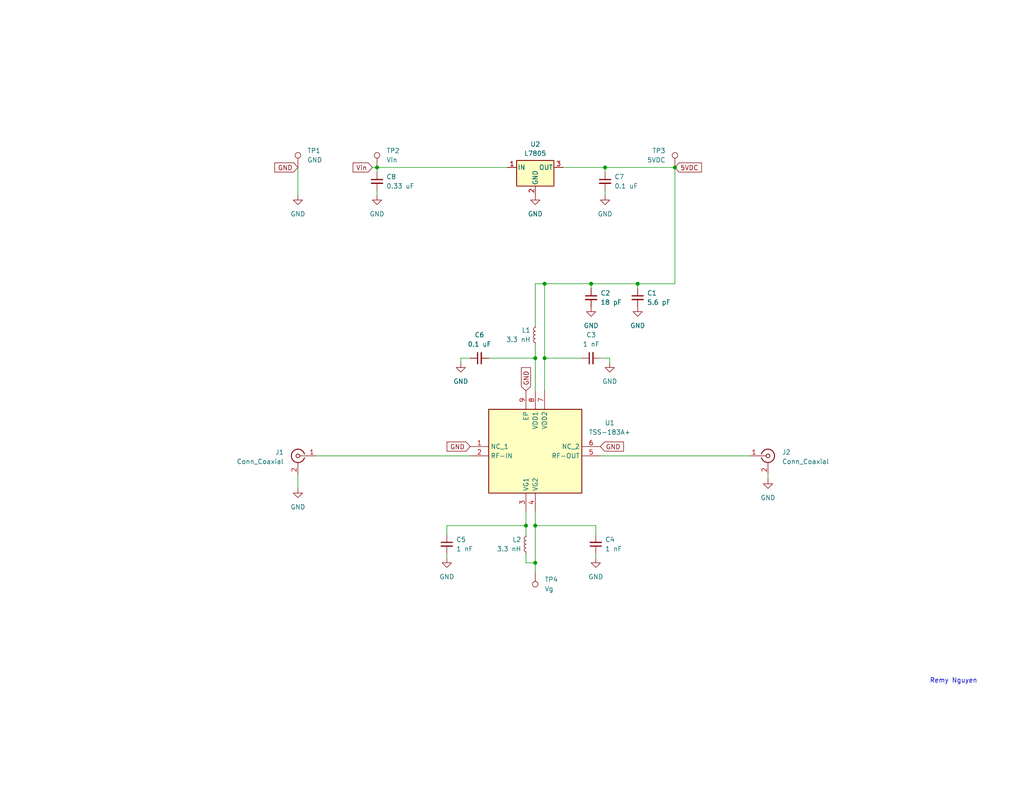
<source format=kicad_sch>
(kicad_sch (version 20230121) (generator eeschema)

  (uuid d268e3ca-8a18-4b0a-ac77-3cbf3521c83a)

  (paper "USLetter")

  (title_block
    (title "5000 - 18000 MHz SMT Gain Block Amplifier")
    (date "2024-05-30")
    (rev "A")
  )

  (lib_symbols
    (symbol "power:GND" (power) (pin_names (offset 0)) (in_bom yes) (on_board yes)
      (property "Reference" "#PWR" (at 0 -6.35 0)
        (effects (font (size 1.27 1.27)) hide)
      )
      (property "Value" "GND" (at 0 -3.81 0)
        (effects (font (size 1.27 1.27)))
      )
      (property "Footprint" "" (at 0 0 0)
        (effects (font (size 1.27 1.27)) hide)
      )
      (property "Datasheet" "" (at 0 0 0)
        (effects (font (size 1.27 1.27)) hide)
      )
      (property "ki_keywords" "global power" (at 0 0 0)
        (effects (font (size 1.27 1.27)) hide)
      )
      (property "ki_description" "Power symbol creates a global label with name \"GND\" , ground" (at 0 0 0)
        (effects (font (size 1.27 1.27)) hide)
      )
      (symbol "GND_0_1"
        (polyline
          (pts
            (xy 0 0)
            (xy 0 -1.27)
            (xy 1.27 -1.27)
            (xy 0 -2.54)
            (xy -1.27 -1.27)
            (xy 0 -1.27)
          )
          (stroke (width 0) (type default))
          (fill (type none))
        )
      )
      (symbol "GND_1_1"
        (pin power_in line (at 0 0 270) (length 0) hide
          (name "GND" (effects (font (size 1.27 1.27))))
          (number "1" (effects (font (size 1.27 1.27))))
        )
      )
    )
    (symbol "rf-dfs:C_Small" (pin_numbers hide) (pin_names (offset 0.254) hide) (in_bom yes) (on_board yes)
      (property "Reference" "C" (at 0.254 1.778 0)
        (effects (font (size 1.27 1.27)) (justify left))
      )
      (property "Value" "C_Small" (at 0.254 -2.032 0)
        (effects (font (size 1.27 1.27)) (justify left))
      )
      (property "Footprint" "" (at 0 0 0)
        (effects (font (size 1.27 1.27)) hide)
      )
      (property "Datasheet" "~" (at 0 0 0)
        (effects (font (size 1.27 1.27)) hide)
      )
      (property "ki_keywords" "capacitor cap" (at 0 0 0)
        (effects (font (size 1.27 1.27)) hide)
      )
      (property "ki_description" "Unpolarized capacitor, small symbol" (at 0 0 0)
        (effects (font (size 1.27 1.27)) hide)
      )
      (property "ki_fp_filters" "C_*" (at 0 0 0)
        (effects (font (size 1.27 1.27)) hide)
      )
      (symbol "C_Small_0_1"
        (polyline
          (pts
            (xy -1.524 -0.508)
            (xy 1.524 -0.508)
          )
          (stroke (width 0.3302) (type default))
          (fill (type none))
        )
        (polyline
          (pts
            (xy -1.524 0.508)
            (xy 1.524 0.508)
          )
          (stroke (width 0.3048) (type default))
          (fill (type none))
        )
      )
      (symbol "C_Small_1_1"
        (pin passive line (at 0 2.54 270) (length 2.032)
          (name "~" (effects (font (size 1.27 1.27))))
          (number "1" (effects (font (size 1.27 1.27))))
        )
        (pin passive line (at 0 -2.54 90) (length 2.032)
          (name "~" (effects (font (size 1.27 1.27))))
          (number "2" (effects (font (size 1.27 1.27))))
        )
      )
    )
    (symbol "rf-dfs:Conn_Coaxial" (pin_names (offset 1.016) hide) (in_bom yes) (on_board yes)
      (property "Reference" "J" (at 0.254 3.048 0)
        (effects (font (size 1.27 1.27)))
      )
      (property "Value" "Conn_Coaxial" (at 2.921 0 90)
        (effects (font (size 1.27 1.27)))
      )
      (property "Footprint" "" (at 0 0 0)
        (effects (font (size 1.27 1.27)) hide)
      )
      (property "Datasheet" " ~" (at 0 0 0)
        (effects (font (size 1.27 1.27)) hide)
      )
      (property "ki_keywords" "BNC SMA SMB SMC LEMO coaxial connector CINCH RCA" (at 0 0 0)
        (effects (font (size 1.27 1.27)) hide)
      )
      (property "ki_description" "coaxial connector (BNC, SMA, SMB, SMC, Cinch/RCA, LEMO, ...)" (at 0 0 0)
        (effects (font (size 1.27 1.27)) hide)
      )
      (property "ki_fp_filters" "*BNC* *SMA* *SMB* *SMC* *Cinch* *LEMO*" (at 0 0 0)
        (effects (font (size 1.27 1.27)) hide)
      )
      (symbol "Conn_Coaxial_0_1"
        (arc (start -1.778 -0.508) (mid 0.2311 -1.8066) (end 1.778 0)
          (stroke (width 0.254) (type default))
          (fill (type none))
        )
        (polyline
          (pts
            (xy -2.54 0)
            (xy -0.508 0)
          )
          (stroke (width 0) (type default))
          (fill (type none))
        )
        (polyline
          (pts
            (xy 0 -2.54)
            (xy 0 -1.778)
          )
          (stroke (width 0) (type default))
          (fill (type none))
        )
        (circle (center 0 0) (radius 0.508)
          (stroke (width 0.2032) (type default))
          (fill (type none))
        )
        (arc (start 1.778 0) (mid 0.2099 1.8101) (end -1.778 0.508)
          (stroke (width 0.254) (type default))
          (fill (type none))
        )
      )
      (symbol "Conn_Coaxial_1_1"
        (pin passive line (at -5.08 0 0) (length 2.54)
          (name "In" (effects (font (size 1.27 1.27))))
          (number "1" (effects (font (size 1.27 1.27))))
        )
        (pin passive line (at 0 -5.08 90) (length 2.54)
          (name "Ext" (effects (font (size 1.27 1.27))))
          (number "2" (effects (font (size 1.27 1.27))))
        )
      )
    )
    (symbol "rf-dfs:L7805" (pin_names (offset 0.254)) (in_bom yes) (on_board yes)
      (property "Reference" "U" (at -3.81 3.175 0)
        (effects (font (size 1.27 1.27)))
      )
      (property "Value" "L7805" (at 0 3.175 0)
        (effects (font (size 1.27 1.27)) (justify left))
      )
      (property "Footprint" "" (at 0.635 -3.81 0)
        (effects (font (size 1.27 1.27) italic) (justify left) hide)
      )
      (property "Datasheet" "http://www.st.com/content/ccc/resource/technical/document/datasheet/41/4f/b3/b0/12/d4/47/88/CD00000444.pdf/files/CD00000444.pdf/jcr:content/translations/en.CD00000444.pdf" (at 0 -1.27 0)
        (effects (font (size 1.27 1.27)) hide)
      )
      (property "ki_keywords" "Voltage Regulator 1.5A Positive" (at 0 0 0)
        (effects (font (size 1.27 1.27)) hide)
      )
      (property "ki_description" "Positive 1.5A 35V Linear Regulator, Fixed Output 5V, TO-220/TO-263/TO-252" (at 0 0 0)
        (effects (font (size 1.27 1.27)) hide)
      )
      (property "ki_fp_filters" "TO?252* TO?263* TO?220*" (at 0 0 0)
        (effects (font (size 1.27 1.27)) hide)
      )
      (symbol "L7805_0_1"
        (rectangle (start -5.08 1.905) (end 5.08 -5.08)
          (stroke (width 0.254) (type default))
          (fill (type background))
        )
      )
      (symbol "L7805_1_1"
        (pin power_in line (at -7.62 0 0) (length 2.54)
          (name "IN" (effects (font (size 1.27 1.27))))
          (number "1" (effects (font (size 1.27 1.27))))
        )
        (pin power_in line (at 0 -7.62 90) (length 2.54)
          (name "GND" (effects (font (size 1.27 1.27))))
          (number "2" (effects (font (size 1.27 1.27))))
        )
        (pin power_out line (at 7.62 0 180) (length 2.54)
          (name "OUT" (effects (font (size 1.27 1.27))))
          (number "3" (effects (font (size 1.27 1.27))))
        )
      )
    )
    (symbol "rf-dfs:L_Small" (pin_numbers hide) (pin_names (offset 0.254) hide) (in_bom yes) (on_board yes)
      (property "Reference" "L" (at 0.762 1.016 0)
        (effects (font (size 1.27 1.27)) (justify left))
      )
      (property "Value" "L_Small" (at 0.762 -1.016 0)
        (effects (font (size 1.27 1.27)) (justify left))
      )
      (property "Footprint" "" (at 0 0 0)
        (effects (font (size 1.27 1.27)) hide)
      )
      (property "Datasheet" "~" (at 0 0 0)
        (effects (font (size 1.27 1.27)) hide)
      )
      (property "ki_keywords" "inductor choke coil reactor magnetic" (at 0 0 0)
        (effects (font (size 1.27 1.27)) hide)
      )
      (property "ki_description" "Inductor, small symbol" (at 0 0 0)
        (effects (font (size 1.27 1.27)) hide)
      )
      (property "ki_fp_filters" "Choke_* *Coil* Inductor_* L_*" (at 0 0 0)
        (effects (font (size 1.27 1.27)) hide)
      )
      (symbol "L_Small_0_1"
        (arc (start 0 -2.032) (mid 0.5058 -1.524) (end 0 -1.016)
          (stroke (width 0) (type default))
          (fill (type none))
        )
        (arc (start 0 -1.016) (mid 0.5058 -0.508) (end 0 0)
          (stroke (width 0) (type default))
          (fill (type none))
        )
        (arc (start 0 0) (mid 0.5058 0.508) (end 0 1.016)
          (stroke (width 0) (type default))
          (fill (type none))
        )
        (arc (start 0 1.016) (mid 0.5058 1.524) (end 0 2.032)
          (stroke (width 0) (type default))
          (fill (type none))
        )
      )
      (symbol "L_Small_1_1"
        (pin passive line (at 0 2.54 270) (length 0.508)
          (name "~" (effects (font (size 1.27 1.27))))
          (number "1" (effects (font (size 1.27 1.27))))
        )
        (pin passive line (at 0 -2.54 90) (length 0.508)
          (name "~" (effects (font (size 1.27 1.27))))
          (number "2" (effects (font (size 1.27 1.27))))
        )
      )
    )
    (symbol "rf-dfs:TSS-183A+" (in_bom yes) (on_board yes)
      (property "Reference" "IC" (at 31.75 15.24 0)
        (effects (font (size 1.27 1.27)) (justify left top))
      )
      (property "Value" "TSS-183A+" (at 31.75 12.7 0)
        (effects (font (size 1.27 1.27)) (justify left top))
      )
      (property "Footprint" "QFN66P300X300X89-9N" (at 31.75 -87.3 0)
        (effects (font (size 1.27 1.27)) (justify left top) hide)
      )
      (property "Datasheet" "https://www.minicircuits.com/pdfs/TSS-183A+.pdf" (at 31.75 -187.3 0)
        (effects (font (size 1.27 1.27)) (justify left top) hide)
      )
      (property "Height" "0.894" (at 31.75 -387.3 0)
        (effects (font (size 1.27 1.27)) (justify left top) hide)
      )
      (property "Mouser Part Number" "139-TSS-183A" (at 31.75 -487.3 0)
        (effects (font (size 1.27 1.27)) (justify left top) hide)
      )
      (property "Mouser Price/Stock" "https://www.mouser.co.uk/ProductDetail/Mini-Circuits/TSS-183A%2b?qs=xZ%2FP%252Ba9zWqbirvQ4VFrDeA%3D%3D" (at 31.75 -587.3 0)
        (effects (font (size 1.27 1.27)) (justify left top) hide)
      )
      (property "Manufacturer_Name" "Mini-Circuits" (at 31.75 -687.3 0)
        (effects (font (size 1.27 1.27)) (justify left top) hide)
      )
      (property "Manufacturer_Part_Number" "TSS-183A+" (at 31.75 -787.3 0)
        (effects (font (size 1.27 1.27)) (justify left top) hide)
      )
      (property "ki_description" "Wideband, Microwave, Shutdown Monolithic Amplifier 50 5 to 18 GHz" (at 0 0 0)
        (effects (font (size 1.27 1.27)) hide)
      )
      (symbol "TSS-183A+_1_1"
        (rectangle (start 5.08 10.16) (end 30.48 -12.7)
          (stroke (width 0.254) (type default))
          (fill (type background))
        )
        (pin passive line (at 0 0 0) (length 5.08)
          (name "NC_1" (effects (font (size 1.27 1.27))))
          (number "1" (effects (font (size 1.27 1.27))))
        )
        (pin passive line (at 0 -2.54 0) (length 5.08)
          (name "RF-IN" (effects (font (size 1.27 1.27))))
          (number "2" (effects (font (size 1.27 1.27))))
        )
        (pin passive line (at 15.24 -17.78 90) (length 5.08)
          (name "VG1" (effects (font (size 1.27 1.27))))
          (number "3" (effects (font (size 1.27 1.27))))
        )
        (pin passive line (at 17.78 -17.78 90) (length 5.08)
          (name "VG2" (effects (font (size 1.27 1.27))))
          (number "4" (effects (font (size 1.27 1.27))))
        )
        (pin passive line (at 35.56 -2.54 180) (length 5.08)
          (name "RF-OUT" (effects (font (size 1.27 1.27))))
          (number "5" (effects (font (size 1.27 1.27))))
        )
        (pin passive line (at 35.56 0 180) (length 5.08)
          (name "NC_2" (effects (font (size 1.27 1.27))))
          (number "6" (effects (font (size 1.27 1.27))))
        )
        (pin passive line (at 20.32 15.24 270) (length 5.08)
          (name "VDD2" (effects (font (size 1.27 1.27))))
          (number "7" (effects (font (size 1.27 1.27))))
        )
        (pin passive line (at 17.78 15.24 270) (length 5.08)
          (name "VDD1" (effects (font (size 1.27 1.27))))
          (number "8" (effects (font (size 1.27 1.27))))
        )
        (pin passive line (at 15.24 15.24 270) (length 5.08)
          (name "EP" (effects (font (size 1.27 1.27))))
          (number "9" (effects (font (size 1.27 1.27))))
        )
      )
    )
    (symbol "rf-dfs:TestPoint" (pin_numbers hide) (pin_names (offset 0.762) hide) (in_bom yes) (on_board yes)
      (property "Reference" "TP" (at 0 6.858 0)
        (effects (font (size 1.27 1.27)))
      )
      (property "Value" "TestPoint" (at 0 5.08 0)
        (effects (font (size 1.27 1.27)))
      )
      (property "Footprint" "" (at 5.08 0 0)
        (effects (font (size 1.27 1.27)) hide)
      )
      (property "Datasheet" "~" (at 5.08 0 0)
        (effects (font (size 1.27 1.27)) hide)
      )
      (property "ki_keywords" "test point tp" (at 0 0 0)
        (effects (font (size 1.27 1.27)) hide)
      )
      (property "ki_description" "test point" (at 0 0 0)
        (effects (font (size 1.27 1.27)) hide)
      )
      (property "ki_fp_filters" "Pin* Test*" (at 0 0 0)
        (effects (font (size 1.27 1.27)) hide)
      )
      (symbol "TestPoint_0_1"
        (circle (center 0 3.302) (radius 0.762)
          (stroke (width 0) (type default))
          (fill (type none))
        )
      )
      (symbol "TestPoint_1_1"
        (pin passive line (at 0 0 90) (length 2.54)
          (name "1" (effects (font (size 1.27 1.27))))
          (number "1" (effects (font (size 1.27 1.27))))
        )
      )
    )
  )

  (junction (at 184.15 45.72) (diameter 0) (color 0 0 0 0)
    (uuid 150b8ac2-c88f-4451-ac62-c89f53cd3c18)
  )
  (junction (at 173.99 77.47) (diameter 0) (color 0 0 0 0)
    (uuid 1a1fd55f-5d43-4ab1-8aba-174c5954e469)
  )
  (junction (at 143.51 143.51) (diameter 0) (color 0 0 0 0)
    (uuid 29ba7354-ddf1-40c1-a7c3-a819345ae4e5)
  )
  (junction (at 161.29 77.47) (diameter 0) (color 0 0 0 0)
    (uuid 2e86b74c-f52b-4f5b-ae91-030be8e07d50)
  )
  (junction (at 146.05 153.67) (diameter 0) (color 0 0 0 0)
    (uuid 34ce0b86-0dd8-4791-97d7-308b291f253e)
  )
  (junction (at 165.1 45.72) (diameter 0) (color 0 0 0 0)
    (uuid 684413be-bc41-421a-812e-a540d3f3a535)
  )
  (junction (at 146.05 143.51) (diameter 0) (color 0 0 0 0)
    (uuid 926711fb-6393-40cc-89c7-e65a89af57db)
  )
  (junction (at 148.59 97.79) (diameter 0) (color 0 0 0 0)
    (uuid b1c51334-eba4-47c0-9245-8a10cf34718f)
  )
  (junction (at 102.87 45.72) (diameter 0) (color 0 0 0 0)
    (uuid b28ccbc5-6c58-4b3b-821f-fe464b7b42bb)
  )
  (junction (at 148.59 77.47) (diameter 0) (color 0 0 0 0)
    (uuid ddbdb89b-b03a-4e2d-9f40-240a61ab2cf4)
  )
  (junction (at 146.05 97.79) (diameter 0) (color 0 0 0 0)
    (uuid e1c5e2bd-ed9b-46b6-a325-11037d80f42b)
  )

  (wire (pts (xy 102.87 52.07) (xy 102.87 53.34))
    (stroke (width 0) (type default))
    (uuid 006e9ce7-ff74-4044-bafd-9c34330ceb05)
  )
  (wire (pts (xy 166.37 97.79) (xy 166.37 99.06))
    (stroke (width 0) (type default))
    (uuid 06239f0a-1501-4614-b59e-78655ec299e6)
  )
  (wire (pts (xy 143.51 153.67) (xy 146.05 153.67))
    (stroke (width 0) (type default))
    (uuid 0f1a610a-82cb-421c-bf20-b48c10eda2a3)
  )
  (wire (pts (xy 173.99 77.47) (xy 173.99 78.74))
    (stroke (width 0) (type default))
    (uuid 11a2658f-03fd-4f40-b323-3d20d86c2fd7)
  )
  (wire (pts (xy 102.87 45.72) (xy 102.87 46.99))
    (stroke (width 0) (type default))
    (uuid 147e80a8-ead3-4594-8aaf-cf1f6386f833)
  )
  (wire (pts (xy 146.05 139.7) (xy 146.05 143.51))
    (stroke (width 0) (type default))
    (uuid 24fa1f1c-b979-4d9a-bc4d-3a2b5f9a5796)
  )
  (wire (pts (xy 121.92 151.13) (xy 121.92 152.4))
    (stroke (width 0) (type default))
    (uuid 27c95826-0ec6-47ab-ba18-12c66b6a4068)
  )
  (wire (pts (xy 143.51 151.13) (xy 143.51 153.67))
    (stroke (width 0) (type default))
    (uuid 27cb4855-dcb2-49f7-a55e-cc7ee6ed2609)
  )
  (wire (pts (xy 128.27 97.79) (xy 125.73 97.79))
    (stroke (width 0) (type default))
    (uuid 29d8d3c0-f4a0-4c93-b273-f101425f6b44)
  )
  (wire (pts (xy 146.05 153.67) (xy 146.05 156.21))
    (stroke (width 0) (type default))
    (uuid 318698b9-5fa7-497a-8612-ac6cb0ddb50f)
  )
  (wire (pts (xy 146.05 93.98) (xy 146.05 97.79))
    (stroke (width 0) (type default))
    (uuid 3479b72a-5385-4620-ba2b-f95eefec3728)
  )
  (wire (pts (xy 121.92 143.51) (xy 143.51 143.51))
    (stroke (width 0) (type default))
    (uuid 35ebc7b7-7258-4e0c-b197-210c4ca1864d)
  )
  (wire (pts (xy 148.59 77.47) (xy 161.29 77.47))
    (stroke (width 0) (type default))
    (uuid 369f1473-bb34-4663-930a-42be80f75cf7)
  )
  (wire (pts (xy 162.56 146.05) (xy 162.56 143.51))
    (stroke (width 0) (type default))
    (uuid 3a4d4b82-b271-4171-838b-ee1c336d53b3)
  )
  (wire (pts (xy 86.36 124.46) (xy 128.27 124.46))
    (stroke (width 0) (type default))
    (uuid 4ed3132e-f9a8-4912-8f3e-3d967df702c4)
  )
  (wire (pts (xy 125.73 97.79) (xy 125.73 99.06))
    (stroke (width 0) (type default))
    (uuid 60ac73a8-9e83-45d8-9cd1-b686b3247ae0)
  )
  (wire (pts (xy 146.05 106.68) (xy 146.05 97.79))
    (stroke (width 0) (type default))
    (uuid 716299dc-04c3-4ce6-9ec6-b2a36920e4bf)
  )
  (wire (pts (xy 161.29 77.47) (xy 161.29 78.74))
    (stroke (width 0) (type default))
    (uuid 71c2ca50-328c-479f-932d-8174c51270b2)
  )
  (wire (pts (xy 101.6 45.72) (xy 102.87 45.72))
    (stroke (width 0) (type default))
    (uuid 73ef8f6f-f8b7-40f4-8ca2-a237fede0cd9)
  )
  (wire (pts (xy 148.59 77.47) (xy 148.59 97.79))
    (stroke (width 0) (type default))
    (uuid 74ce5092-dfd9-422d-9228-3aa974600745)
  )
  (wire (pts (xy 163.83 124.46) (xy 204.47 124.46))
    (stroke (width 0) (type default))
    (uuid 7c022b55-9b90-4793-a558-f79952d9bd52)
  )
  (wire (pts (xy 153.67 45.72) (xy 165.1 45.72))
    (stroke (width 0) (type default))
    (uuid 84f7ba89-89e0-4ee4-9079-3ac38f653ae2)
  )
  (wire (pts (xy 162.56 151.13) (xy 162.56 152.4))
    (stroke (width 0) (type default))
    (uuid 88c0a0e5-e538-4b23-a21a-ece2c8d944c7)
  )
  (wire (pts (xy 148.59 106.68) (xy 148.59 97.79))
    (stroke (width 0) (type default))
    (uuid 8b030ac9-a1ea-4e9d-b921-336b1d71e930)
  )
  (wire (pts (xy 143.51 139.7) (xy 143.51 143.51))
    (stroke (width 0) (type default))
    (uuid 97a3152d-9d8e-4ae4-b99f-068c5837377a)
  )
  (wire (pts (xy 163.83 97.79) (xy 166.37 97.79))
    (stroke (width 0) (type default))
    (uuid 982b2c0d-a4f9-4262-b18a-51d055551d52)
  )
  (wire (pts (xy 148.59 97.79) (xy 158.75 97.79))
    (stroke (width 0) (type default))
    (uuid 9fd70453-6f40-4730-bfbe-cfb032fa35ae)
  )
  (wire (pts (xy 133.35 97.79) (xy 146.05 97.79))
    (stroke (width 0) (type default))
    (uuid 9fdc33bf-96e2-443c-ae44-78db2133a4f4)
  )
  (wire (pts (xy 143.51 143.51) (xy 143.51 146.05))
    (stroke (width 0) (type default))
    (uuid a05114f4-0bea-4935-82f1-268f56e8a606)
  )
  (wire (pts (xy 146.05 143.51) (xy 162.56 143.51))
    (stroke (width 0) (type default))
    (uuid a81ff29a-6cef-4ee4-ae4e-bb21eab9c40a)
  )
  (wire (pts (xy 121.92 146.05) (xy 121.92 143.51))
    (stroke (width 0) (type default))
    (uuid ad0f8302-72aa-4c51-be9f-9ceea4febcae)
  )
  (wire (pts (xy 173.99 77.47) (xy 184.15 77.47))
    (stroke (width 0) (type default))
    (uuid aeabb80a-00a6-4936-b065-e2343b332365)
  )
  (wire (pts (xy 81.28 129.54) (xy 81.28 133.35))
    (stroke (width 0) (type default))
    (uuid caf3954a-99b8-439f-ad98-d57021b5e850)
  )
  (wire (pts (xy 165.1 52.07) (xy 165.1 53.34))
    (stroke (width 0) (type default))
    (uuid daef0386-104c-4d14-a858-6ea07af71be2)
  )
  (wire (pts (xy 146.05 143.51) (xy 146.05 153.67))
    (stroke (width 0) (type default))
    (uuid ded40a14-7e9c-4efb-972f-5da59faf5274)
  )
  (wire (pts (xy 161.29 77.47) (xy 173.99 77.47))
    (stroke (width 0) (type default))
    (uuid e2e3c724-c7bd-443c-b1ae-5374599bc77e)
  )
  (wire (pts (xy 146.05 88.9) (xy 146.05 77.47))
    (stroke (width 0) (type default))
    (uuid e56d32c9-8772-4988-b091-53c465f5482a)
  )
  (wire (pts (xy 146.05 77.47) (xy 148.59 77.47))
    (stroke (width 0) (type default))
    (uuid ea972b48-ff93-480a-a461-a9989f55b91e)
  )
  (wire (pts (xy 209.55 130.81) (xy 209.55 129.54))
    (stroke (width 0) (type default))
    (uuid ee4a7901-25bb-4916-aab1-3862ab5f4a39)
  )
  (wire (pts (xy 165.1 45.72) (xy 165.1 46.99))
    (stroke (width 0) (type default))
    (uuid f1570afe-d7e7-4d18-ae8b-6b856b4d22b9)
  )
  (wire (pts (xy 165.1 45.72) (xy 184.15 45.72))
    (stroke (width 0) (type default))
    (uuid f92334c8-4f2c-4ab9-8724-c77622fcea76)
  )
  (wire (pts (xy 184.15 45.72) (xy 184.15 77.47))
    (stroke (width 0) (type default))
    (uuid f9e53c8d-e30d-41d7-87aa-e2b436e0d53c)
  )
  (wire (pts (xy 81.28 45.72) (xy 81.28 53.34))
    (stroke (width 0) (type default))
    (uuid fb3ccfc3-31c3-4c9a-8c69-ed7be8a0e311)
  )
  (wire (pts (xy 102.87 45.72) (xy 138.43 45.72))
    (stroke (width 0) (type default))
    (uuid fbe09cd6-d6eb-4c3c-932b-53aac9c2d5e3)
  )

  (text "Remy Nguyen" (at 266.7 186.69 0)
    (effects (font (size 1.27 1.27)) (justify right bottom))
    (uuid f33879d0-1aad-46b8-8a1f-43e48ae0ccd5)
  )

  (global_label "GND" (shape input) (at 163.83 121.92 0) (fields_autoplaced)
    (effects (font (size 1.27 1.27)) (justify left))
    (uuid 4807ee41-c35f-4ed9-b53a-c0f72b31d4e3)
    (property "Intersheetrefs" "${INTERSHEET_REFS}" (at 169.9521 121.92 0)
      (effects (font (size 1.27 1.27)) (justify left) hide)
    )
  )
  (global_label "GND" (shape input) (at 128.27 121.92 180) (fields_autoplaced)
    (effects (font (size 1.27 1.27)) (justify right))
    (uuid 6e0563ef-632b-439e-9f8b-73979d854afd)
    (property "Intersheetrefs" "${INTERSHEET_REFS}" (at 122.1479 121.92 0)
      (effects (font (size 1.27 1.27)) (justify right) hide)
    )
  )
  (global_label "Vin" (shape input) (at 101.6 45.72 180) (fields_autoplaced)
    (effects (font (size 1.27 1.27)) (justify right))
    (uuid 9858636d-930b-45f3-9759-ad25d94f8ebd)
    (property "Intersheetrefs" "${INTERSHEET_REFS}" (at 96.506 45.72 0)
      (effects (font (size 1.27 1.27)) (justify right) hide)
    )
  )
  (global_label "GND" (shape input) (at 81.28 45.72 180) (fields_autoplaced)
    (effects (font (size 1.27 1.27)) (justify right))
    (uuid 9ef32391-1560-4a7b-a3c9-ae8513d7d2f5)
    (property "Intersheetrefs" "${INTERSHEET_REFS}" (at 75.1579 45.72 0)
      (effects (font (size 1.27 1.27)) (justify right) hide)
    )
  )
  (global_label "GND" (shape input) (at 143.51 106.68 90) (fields_autoplaced)
    (effects (font (size 1.27 1.27)) (justify left))
    (uuid a972d8fb-7d6a-4323-8992-4986b73f6c04)
    (property "Intersheetrefs" "${INTERSHEET_REFS}" (at 143.51 100.5579 90)
      (effects (font (size 1.27 1.27)) (justify left) hide)
    )
  )
  (global_label "5VDC" (shape input) (at 184.15 45.72 0) (fields_autoplaced)
    (effects (font (size 1.27 1.27)) (justify left))
    (uuid a9984244-85a3-4262-8638-ea520e0fa8af)
    (property "Intersheetrefs" "${INTERSHEET_REFS}" (at 191.2397 45.72 0)
      (effects (font (size 1.27 1.27)) (justify left) hide)
    )
  )

  (symbol (lib_id "rf-dfs:TestPoint") (at 81.28 45.72 0) (unit 1)
    (in_bom yes) (on_board yes) (dnp no) (fields_autoplaced)
    (uuid 02702809-9cf8-4a85-b212-d81680ddcb53)
    (property "Reference" "TP1" (at 83.82 41.148 0)
      (effects (font (size 1.27 1.27)) (justify left))
    )
    (property "Value" "GND" (at 83.82 43.688 0)
      (effects (font (size 1.27 1.27)) (justify left))
    )
    (property "Footprint" "TestPoint:TestPoint_Loop_D2.54mm_Drill1.5mm_Beaded" (at 86.36 45.72 0)
      (effects (font (size 1.27 1.27)) hide)
    )
    (property "Datasheet" "~" (at 86.36 45.72 0)
      (effects (font (size 1.27 1.27)) hide)
    )
    (pin "1" (uuid ff35c19e-e6e4-49ad-a113-644a64181c85))
    (instances
      (project "TSS-183A+"
        (path "/d268e3ca-8a18-4b0a-ac77-3cbf3521c83a"
          (reference "TP1") (unit 1)
        )
      )
    )
  )

  (symbol (lib_id "power:GND") (at 121.92 152.4 0) (unit 1)
    (in_bom yes) (on_board yes) (dnp no) (fields_autoplaced)
    (uuid 03471c66-8b2a-44cd-8341-8e7241e98166)
    (property "Reference" "#PWR03" (at 121.92 158.75 0)
      (effects (font (size 1.27 1.27)) hide)
    )
    (property "Value" "GND" (at 121.92 157.48 0)
      (effects (font (size 1.27 1.27)))
    )
    (property "Footprint" "" (at 121.92 152.4 0)
      (effects (font (size 1.27 1.27)) hide)
    )
    (property "Datasheet" "" (at 121.92 152.4 0)
      (effects (font (size 1.27 1.27)) hide)
    )
    (pin "1" (uuid 732f47e6-cdc2-43fc-9f18-f1b476b9ef03))
    (instances
      (project "TSS-183A+"
        (path "/d268e3ca-8a18-4b0a-ac77-3cbf3521c83a"
          (reference "#PWR03") (unit 1)
        )
      )
    )
  )

  (symbol (lib_id "rf-dfs:C_Small") (at 161.29 81.28 0) (unit 1)
    (in_bom yes) (on_board yes) (dnp no) (fields_autoplaced)
    (uuid 07b7e7f1-f227-4481-9832-a9e3e5cd5b1b)
    (property "Reference" "C2" (at 163.83 80.0163 0)
      (effects (font (size 1.27 1.27)) (justify left))
    )
    (property "Value" "18 pF" (at 163.83 82.5563 0)
      (effects (font (size 1.27 1.27)) (justify left))
    )
    (property "Footprint" "Capacitor_SMD:C_0402_1005Metric" (at 161.29 81.28 0)
      (effects (font (size 1.27 1.27)) hide)
    )
    (property "Datasheet" "~" (at 161.29 81.28 0)
      (effects (font (size 1.27 1.27)) hide)
    )
    (pin "1" (uuid 2a126128-c4c9-4598-bd6b-07c170f14efb))
    (pin "2" (uuid 4474b1d2-6388-47e3-9402-4152fd3f9581))
    (instances
      (project "TSS-183A+"
        (path "/d268e3ca-8a18-4b0a-ac77-3cbf3521c83a"
          (reference "C2") (unit 1)
        )
      )
    )
  )

  (symbol (lib_id "power:GND") (at 162.56 152.4 0) (unit 1)
    (in_bom yes) (on_board yes) (dnp no) (fields_autoplaced)
    (uuid 10637b99-5fdc-4d2a-8f4e-a6e5e2d6d4e9)
    (property "Reference" "#PWR04" (at 162.56 158.75 0)
      (effects (font (size 1.27 1.27)) hide)
    )
    (property "Value" "GND" (at 162.56 157.48 0)
      (effects (font (size 1.27 1.27)))
    )
    (property "Footprint" "" (at 162.56 152.4 0)
      (effects (font (size 1.27 1.27)) hide)
    )
    (property "Datasheet" "" (at 162.56 152.4 0)
      (effects (font (size 1.27 1.27)) hide)
    )
    (pin "1" (uuid 88b114aa-6ec5-471f-bf97-cbd0a3b3dee2))
    (instances
      (project "TSS-183A+"
        (path "/d268e3ca-8a18-4b0a-ac77-3cbf3521c83a"
          (reference "#PWR04") (unit 1)
        )
      )
    )
  )

  (symbol (lib_id "rf-dfs:L7805") (at 146.05 45.72 0) (unit 1)
    (in_bom yes) (on_board yes) (dnp no) (fields_autoplaced)
    (uuid 10acf18c-f9f7-49ba-abe3-706d25823fdd)
    (property "Reference" "U2" (at 146.05 39.37 0)
      (effects (font (size 1.27 1.27)))
    )
    (property "Value" "L7805" (at 146.05 41.91 0)
      (effects (font (size 1.27 1.27)))
    )
    (property "Footprint" "Package_TO_SOT_SMD:TO-263-2" (at 146.685 49.53 0)
      (effects (font (size 1.27 1.27) italic) (justify left) hide)
    )
    (property "Datasheet" "http://www.st.com/content/ccc/resource/technical/document/datasheet/41/4f/b3/b0/12/d4/47/88/CD00000444.pdf/files/CD00000444.pdf/jcr:content/translations/en.CD00000444.pdf" (at 146.05 46.99 0)
      (effects (font (size 1.27 1.27)) hide)
    )
    (pin "1" (uuid 1b938585-0efa-4752-9dd8-955cca41ecaa))
    (pin "2" (uuid 31ebb10d-e0c4-4cb5-9281-59624729578e))
    (pin "3" (uuid d615b0e1-24f9-4168-b113-5d25a823176f))
    (instances
      (project "TSS-183A+"
        (path "/d268e3ca-8a18-4b0a-ac77-3cbf3521c83a"
          (reference "U2") (unit 1)
        )
      )
    )
  )

  (symbol (lib_id "rf-dfs:TestPoint") (at 184.15 45.72 0) (mirror y) (unit 1)
    (in_bom yes) (on_board yes) (dnp no)
    (uuid 24be0d8e-f2f2-472f-bc12-31dde24e3eb0)
    (property "Reference" "TP3" (at 181.61 41.148 0)
      (effects (font (size 1.27 1.27)) (justify left))
    )
    (property "Value" "5VDC" (at 181.61 43.688 0)
      (effects (font (size 1.27 1.27)) (justify left))
    )
    (property "Footprint" "TestPoint:TestPoint_Loop_D2.54mm_Drill1.5mm_Beaded" (at 179.07 45.72 0)
      (effects (font (size 1.27 1.27)) hide)
    )
    (property "Datasheet" "~" (at 179.07 45.72 0)
      (effects (font (size 1.27 1.27)) hide)
    )
    (pin "1" (uuid 95425d72-f571-4c9d-b031-1b021b9f1af7))
    (instances
      (project "TSS-183A+"
        (path "/d268e3ca-8a18-4b0a-ac77-3cbf3521c83a"
          (reference "TP3") (unit 1)
        )
      )
    )
  )

  (symbol (lib_id "power:GND") (at 81.28 133.35 0) (unit 1)
    (in_bom yes) (on_board yes) (dnp no) (fields_autoplaced)
    (uuid 26c3592c-92b2-4566-8c30-e4bcf8e864f7)
    (property "Reference" "#PWR01" (at 81.28 139.7 0)
      (effects (font (size 1.27 1.27)) hide)
    )
    (property "Value" "GND" (at 81.28 138.43 0)
      (effects (font (size 1.27 1.27)))
    )
    (property "Footprint" "" (at 81.28 133.35 0)
      (effects (font (size 1.27 1.27)) hide)
    )
    (property "Datasheet" "" (at 81.28 133.35 0)
      (effects (font (size 1.27 1.27)) hide)
    )
    (pin "1" (uuid 4084667f-d40e-4589-baac-4df3d74f43bb))
    (instances
      (project "TSS-183A+"
        (path "/d268e3ca-8a18-4b0a-ac77-3cbf3521c83a"
          (reference "#PWR01") (unit 1)
        )
      )
    )
  )

  (symbol (lib_id "rf-dfs:C_Small") (at 102.87 49.53 0) (unit 1)
    (in_bom yes) (on_board yes) (dnp no) (fields_autoplaced)
    (uuid 34ff9f5b-6844-44d7-9c66-7078cbcd0c6a)
    (property "Reference" "C8" (at 105.41 48.2663 0)
      (effects (font (size 1.27 1.27)) (justify left))
    )
    (property "Value" "0.33 uF" (at 105.41 50.8063 0)
      (effects (font (size 1.27 1.27)) (justify left))
    )
    (property "Footprint" "Capacitor_SMD:C_0402_1005Metric" (at 102.87 49.53 0)
      (effects (font (size 1.27 1.27)) hide)
    )
    (property "Datasheet" "~" (at 102.87 49.53 0)
      (effects (font (size 1.27 1.27)) hide)
    )
    (pin "1" (uuid 554738c1-8d7b-4e5f-8b84-143fb2c83a92))
    (pin "2" (uuid 0b5fb828-c3d8-43c6-a799-7bf25834f817))
    (instances
      (project "TSS-183A+"
        (path "/d268e3ca-8a18-4b0a-ac77-3cbf3521c83a"
          (reference "C8") (unit 1)
        )
      )
    )
  )

  (symbol (lib_id "rf-dfs:C_Small") (at 121.92 148.59 0) (unit 1)
    (in_bom yes) (on_board yes) (dnp no) (fields_autoplaced)
    (uuid 4b60f8c8-d344-409d-9bd9-f2ac025ebdff)
    (property "Reference" "C5" (at 124.46 147.3263 0)
      (effects (font (size 1.27 1.27)) (justify left))
    )
    (property "Value" "1 nF" (at 124.46 149.8663 0)
      (effects (font (size 1.27 1.27)) (justify left))
    )
    (property "Footprint" "Capacitor_SMD:C_0402_1005Metric" (at 121.92 148.59 0)
      (effects (font (size 1.27 1.27)) hide)
    )
    (property "Datasheet" "~" (at 121.92 148.59 0)
      (effects (font (size 1.27 1.27)) hide)
    )
    (pin "1" (uuid 10e1ee4b-6315-4cc2-86ad-cb91e7f80a33))
    (pin "2" (uuid a96e5101-be9e-47c3-9fee-6f0acdab2220))
    (instances
      (project "TSS-183A+"
        (path "/d268e3ca-8a18-4b0a-ac77-3cbf3521c83a"
          (reference "C5") (unit 1)
        )
      )
    )
  )

  (symbol (lib_id "power:GND") (at 81.28 53.34 0) (unit 1)
    (in_bom yes) (on_board yes) (dnp no) (fields_autoplaced)
    (uuid 5d4dfe46-6726-4c6d-92b2-16b7b028f017)
    (property "Reference" "#PWR012" (at 81.28 59.69 0)
      (effects (font (size 1.27 1.27)) hide)
    )
    (property "Value" "GND" (at 81.28 58.42 0)
      (effects (font (size 1.27 1.27)))
    )
    (property "Footprint" "" (at 81.28 53.34 0)
      (effects (font (size 1.27 1.27)) hide)
    )
    (property "Datasheet" "" (at 81.28 53.34 0)
      (effects (font (size 1.27 1.27)) hide)
    )
    (pin "1" (uuid ea0aabd6-55fd-4f3a-9c20-57e71783c0bb))
    (instances
      (project "TSS-183A+"
        (path "/d268e3ca-8a18-4b0a-ac77-3cbf3521c83a"
          (reference "#PWR012") (unit 1)
        )
      )
    )
  )

  (symbol (lib_id "power:GND") (at 161.29 83.82 0) (unit 1)
    (in_bom yes) (on_board yes) (dnp no) (fields_autoplaced)
    (uuid 5fe29869-96ba-4ccd-bf04-3810255fbb8d)
    (property "Reference" "#PWR08" (at 161.29 90.17 0)
      (effects (font (size 1.27 1.27)) hide)
    )
    (property "Value" "GND" (at 161.29 88.9 0)
      (effects (font (size 1.27 1.27)))
    )
    (property "Footprint" "" (at 161.29 83.82 0)
      (effects (font (size 1.27 1.27)) hide)
    )
    (property "Datasheet" "" (at 161.29 83.82 0)
      (effects (font (size 1.27 1.27)) hide)
    )
    (pin "1" (uuid 483e4f91-ef8a-45fa-b44a-dbda53b306ce))
    (instances
      (project "TSS-183A+"
        (path "/d268e3ca-8a18-4b0a-ac77-3cbf3521c83a"
          (reference "#PWR08") (unit 1)
        )
      )
    )
  )

  (symbol (lib_id "rf-dfs:TestPoint") (at 146.05 156.21 180) (unit 1)
    (in_bom yes) (on_board yes) (dnp no) (fields_autoplaced)
    (uuid 60e03a6a-fe9b-4b73-8a00-e494240b8a8a)
    (property "Reference" "TP4" (at 148.59 158.242 0)
      (effects (font (size 1.27 1.27)) (justify right))
    )
    (property "Value" "Vg" (at 148.59 160.782 0)
      (effects (font (size 1.27 1.27)) (justify right))
    )
    (property "Footprint" "TestPoint:TestPoint_Loop_D2.54mm_Drill1.5mm_Beaded" (at 140.97 156.21 0)
      (effects (font (size 1.27 1.27)) hide)
    )
    (property "Datasheet" "~" (at 140.97 156.21 0)
      (effects (font (size 1.27 1.27)) hide)
    )
    (pin "1" (uuid 98224cae-15e1-4bdf-a2ca-4e4127e6d5c2))
    (instances
      (project "TSS-183A+"
        (path "/d268e3ca-8a18-4b0a-ac77-3cbf3521c83a"
          (reference "TP4") (unit 1)
        )
      )
    )
  )

  (symbol (lib_id "power:GND") (at 173.99 83.82 0) (unit 1)
    (in_bom yes) (on_board yes) (dnp no) (fields_autoplaced)
    (uuid 64cb6f6c-3075-403f-9849-11539b0415a3)
    (property "Reference" "#PWR09" (at 173.99 90.17 0)
      (effects (font (size 1.27 1.27)) hide)
    )
    (property "Value" "GND" (at 173.99 88.9 0)
      (effects (font (size 1.27 1.27)))
    )
    (property "Footprint" "" (at 173.99 83.82 0)
      (effects (font (size 1.27 1.27)) hide)
    )
    (property "Datasheet" "" (at 173.99 83.82 0)
      (effects (font (size 1.27 1.27)) hide)
    )
    (pin "1" (uuid a9e5a921-091d-41cb-a67d-f42cfa50f6aa))
    (instances
      (project "TSS-183A+"
        (path "/d268e3ca-8a18-4b0a-ac77-3cbf3521c83a"
          (reference "#PWR09") (unit 1)
        )
      )
    )
  )

  (symbol (lib_id "rf-dfs:Conn_Coaxial") (at 81.28 124.46 0) (mirror y) (unit 1)
    (in_bom yes) (on_board yes) (dnp no)
    (uuid 6e71af1e-2178-41c8-952c-ebb62b14a4da)
    (property "Reference" "J1" (at 77.47 123.4832 0)
      (effects (font (size 1.27 1.27)) (justify left))
    )
    (property "Value" "Conn_Coaxial" (at 77.47 126.0232 0)
      (effects (font (size 1.27 1.27)) (justify left))
    )
    (property "Footprint" "footprints:Mueller BU-1420761881" (at 81.28 124.46 0)
      (effects (font (size 1.27 1.27)) hide)
    )
    (property "Datasheet" " ~" (at 81.28 124.46 0)
      (effects (font (size 1.27 1.27)) hide)
    )
    (pin "1" (uuid 45f4f67b-4451-48b7-b85c-8cd658f4087d))
    (pin "2" (uuid e5bc7239-0d0b-48e3-8e1c-64a40ef1df15))
    (instances
      (project "TSS-183A+"
        (path "/d268e3ca-8a18-4b0a-ac77-3cbf3521c83a"
          (reference "J1") (unit 1)
        )
      )
    )
  )

  (symbol (lib_id "power:GND") (at 146.05 53.34 0) (unit 1)
    (in_bom yes) (on_board yes) (dnp no) (fields_autoplaced)
    (uuid 7084c518-387b-432e-8b1e-89bcd46e79d3)
    (property "Reference" "#PWR014" (at 146.05 59.69 0)
      (effects (font (size 1.27 1.27)) hide)
    )
    (property "Value" "GND" (at 146.05 58.42 0)
      (effects (font (size 1.27 1.27)))
    )
    (property "Footprint" "" (at 146.05 53.34 0)
      (effects (font (size 1.27 1.27)) hide)
    )
    (property "Datasheet" "" (at 146.05 53.34 0)
      (effects (font (size 1.27 1.27)) hide)
    )
    (pin "1" (uuid 95746289-918a-4c6b-9850-66783030ab14))
    (instances
      (project "TSS-183A+"
        (path "/d268e3ca-8a18-4b0a-ac77-3cbf3521c83a"
          (reference "#PWR014") (unit 1)
        )
      )
    )
  )

  (symbol (lib_id "rf-dfs:C_Small") (at 161.29 97.79 90) (unit 1)
    (in_bom yes) (on_board yes) (dnp no) (fields_autoplaced)
    (uuid 71b2cc82-8f35-4fef-a670-b6c982451154)
    (property "Reference" "C3" (at 161.2963 91.44 90)
      (effects (font (size 1.27 1.27)))
    )
    (property "Value" "1 nF" (at 161.2963 93.98 90)
      (effects (font (size 1.27 1.27)))
    )
    (property "Footprint" "Capacitor_SMD:C_0402_1005Metric" (at 161.29 97.79 0)
      (effects (font (size 1.27 1.27)) hide)
    )
    (property "Datasheet" "~" (at 161.29 97.79 0)
      (effects (font (size 1.27 1.27)) hide)
    )
    (pin "1" (uuid 0582d24f-f29b-4b0d-91e8-b7e2b6ffa7e7))
    (pin "2" (uuid 66c3ef92-adac-4774-b914-127af392352b))
    (instances
      (project "TSS-183A+"
        (path "/d268e3ca-8a18-4b0a-ac77-3cbf3521c83a"
          (reference "C3") (unit 1)
        )
      )
    )
  )

  (symbol (lib_id "rf-dfs:C_Small") (at 165.1 49.53 0) (unit 1)
    (in_bom yes) (on_board yes) (dnp no) (fields_autoplaced)
    (uuid 720ba7e0-bd8d-42b7-b851-232a5f268ee7)
    (property "Reference" "C7" (at 167.64 48.2663 0)
      (effects (font (size 1.27 1.27)) (justify left))
    )
    (property "Value" "0.1 uF" (at 167.64 50.8063 0)
      (effects (font (size 1.27 1.27)) (justify left))
    )
    (property "Footprint" "Capacitor_SMD:C_0402_1005Metric" (at 165.1 49.53 0)
      (effects (font (size 1.27 1.27)) hide)
    )
    (property "Datasheet" "~" (at 165.1 49.53 0)
      (effects (font (size 1.27 1.27)) hide)
    )
    (pin "1" (uuid 936ac914-0a02-459c-be4c-78028ad8a83c))
    (pin "2" (uuid 52689301-3b78-4c26-a3b9-7fbbec662ced))
    (instances
      (project "TSS-183A+"
        (path "/d268e3ca-8a18-4b0a-ac77-3cbf3521c83a"
          (reference "C7") (unit 1)
        )
      )
    )
  )

  (symbol (lib_id "power:GND") (at 102.87 53.34 0) (unit 1)
    (in_bom yes) (on_board yes) (dnp no) (fields_autoplaced)
    (uuid 8efd249b-9b08-4753-a6b6-b6ed511e77c2)
    (property "Reference" "#PWR011" (at 102.87 59.69 0)
      (effects (font (size 1.27 1.27)) hide)
    )
    (property "Value" "GND" (at 102.87 58.42 0)
      (effects (font (size 1.27 1.27)))
    )
    (property "Footprint" "" (at 102.87 53.34 0)
      (effects (font (size 1.27 1.27)) hide)
    )
    (property "Datasheet" "" (at 102.87 53.34 0)
      (effects (font (size 1.27 1.27)) hide)
    )
    (pin "1" (uuid a75aa711-f04d-4147-ade6-eda80e1c61c6))
    (instances
      (project "TSS-183A+"
        (path "/d268e3ca-8a18-4b0a-ac77-3cbf3521c83a"
          (reference "#PWR011") (unit 1)
        )
      )
    )
  )

  (symbol (lib_id "rf-dfs:C_Small") (at 162.56 148.59 180) (unit 1)
    (in_bom yes) (on_board yes) (dnp no) (fields_autoplaced)
    (uuid 953828f7-a18c-48bf-81d3-441650644df6)
    (property "Reference" "C4" (at 165.1 147.3136 0)
      (effects (font (size 1.27 1.27)) (justify right))
    )
    (property "Value" "1 nF" (at 165.1 149.8536 0)
      (effects (font (size 1.27 1.27)) (justify right))
    )
    (property "Footprint" "Capacitor_SMD:C_0402_1005Metric" (at 162.56 148.59 0)
      (effects (font (size 1.27 1.27)) hide)
    )
    (property "Datasheet" "~" (at 162.56 148.59 0)
      (effects (font (size 1.27 1.27)) hide)
    )
    (pin "1" (uuid c24f1363-a82d-4c1e-872a-9b3a434c2281))
    (pin "2" (uuid 050ebc42-4037-4954-bcff-027154a4655d))
    (instances
      (project "TSS-183A+"
        (path "/d268e3ca-8a18-4b0a-ac77-3cbf3521c83a"
          (reference "C4") (unit 1)
        )
      )
    )
  )

  (symbol (lib_id "rf-dfs:C_Small") (at 173.99 81.28 0) (unit 1)
    (in_bom yes) (on_board yes) (dnp no) (fields_autoplaced)
    (uuid a1a768c9-ad5e-4d9b-ad94-4ecc25132bd3)
    (property "Reference" "C1" (at 176.53 80.0163 0)
      (effects (font (size 1.27 1.27)) (justify left))
    )
    (property "Value" "5.6 pF" (at 176.53 82.5563 0)
      (effects (font (size 1.27 1.27)) (justify left))
    )
    (property "Footprint" "Capacitor_SMD:C_0402_1005Metric" (at 173.99 81.28 0)
      (effects (font (size 1.27 1.27)) hide)
    )
    (property "Datasheet" "~" (at 173.99 81.28 0)
      (effects (font (size 1.27 1.27)) hide)
    )
    (pin "1" (uuid a52f1566-7c57-445a-a687-75769f663a1e))
    (pin "2" (uuid 803cc63b-c6f7-4b4d-bcf9-145345a9b448))
    (instances
      (project "TSS-183A+"
        (path "/d268e3ca-8a18-4b0a-ac77-3cbf3521c83a"
          (reference "C1") (unit 1)
        )
      )
    )
  )

  (symbol (lib_id "power:GND") (at 165.1 53.34 0) (unit 1)
    (in_bom yes) (on_board yes) (dnp no) (fields_autoplaced)
    (uuid a68677ef-6dc9-4646-80de-b533d643a983)
    (property "Reference" "#PWR013" (at 165.1 59.69 0)
      (effects (font (size 1.27 1.27)) hide)
    )
    (property "Value" "GND" (at 165.1 58.42 0)
      (effects (font (size 1.27 1.27)))
    )
    (property "Footprint" "" (at 165.1 53.34 0)
      (effects (font (size 1.27 1.27)) hide)
    )
    (property "Datasheet" "" (at 165.1 53.34 0)
      (effects (font (size 1.27 1.27)) hide)
    )
    (pin "1" (uuid db2e47d2-fe8e-40bf-ae8c-75a2a4373e3f))
    (instances
      (project "TSS-183A+"
        (path "/d268e3ca-8a18-4b0a-ac77-3cbf3521c83a"
          (reference "#PWR013") (unit 1)
        )
      )
    )
  )

  (symbol (lib_id "rf-dfs:TestPoint") (at 102.87 45.72 0) (unit 1)
    (in_bom yes) (on_board yes) (dnp no) (fields_autoplaced)
    (uuid b266a01f-fa4f-47ad-8c17-9b53e34d617a)
    (property "Reference" "TP2" (at 105.41 41.148 0)
      (effects (font (size 1.27 1.27)) (justify left))
    )
    (property "Value" "Vin" (at 105.41 43.688 0)
      (effects (font (size 1.27 1.27)) (justify left))
    )
    (property "Footprint" "TestPoint:TestPoint_Loop_D2.54mm_Drill1.5mm_Beaded" (at 107.95 45.72 0)
      (effects (font (size 1.27 1.27)) hide)
    )
    (property "Datasheet" "~" (at 107.95 45.72 0)
      (effects (font (size 1.27 1.27)) hide)
    )
    (pin "1" (uuid c0c65bf1-74aa-43f8-b7eb-89df8bf5f950))
    (instances
      (project "TSS-183A+"
        (path "/d268e3ca-8a18-4b0a-ac77-3cbf3521c83a"
          (reference "TP2") (unit 1)
        )
      )
    )
  )

  (symbol (lib_id "power:GND") (at 125.73 99.06 0) (unit 1)
    (in_bom yes) (on_board yes) (dnp no) (fields_autoplaced)
    (uuid bad70fdd-2cee-4f6d-ac0e-9aa13ab4c4f3)
    (property "Reference" "#PWR07" (at 125.73 105.41 0)
      (effects (font (size 1.27 1.27)) hide)
    )
    (property "Value" "GND" (at 125.73 104.14 0)
      (effects (font (size 1.27 1.27)))
    )
    (property "Footprint" "" (at 125.73 99.06 0)
      (effects (font (size 1.27 1.27)) hide)
    )
    (property "Datasheet" "" (at 125.73 99.06 0)
      (effects (font (size 1.27 1.27)) hide)
    )
    (pin "1" (uuid 9121f575-2894-49bb-891d-5ccec4eb57b8))
    (instances
      (project "TSS-183A+"
        (path "/d268e3ca-8a18-4b0a-ac77-3cbf3521c83a"
          (reference "#PWR07") (unit 1)
        )
      )
    )
  )

  (symbol (lib_id "power:GND") (at 166.37 99.06 0) (unit 1)
    (in_bom yes) (on_board yes) (dnp no) (fields_autoplaced)
    (uuid c63873ca-3fb7-45b3-91a5-7b0721bcaddb)
    (property "Reference" "#PWR05" (at 166.37 105.41 0)
      (effects (font (size 1.27 1.27)) hide)
    )
    (property "Value" "GND" (at 166.37 104.14 0)
      (effects (font (size 1.27 1.27)))
    )
    (property "Footprint" "" (at 166.37 99.06 0)
      (effects (font (size 1.27 1.27)) hide)
    )
    (property "Datasheet" "" (at 166.37 99.06 0)
      (effects (font (size 1.27 1.27)) hide)
    )
    (pin "1" (uuid 5defd9b1-680b-458d-b7f6-08a503df8dc0))
    (instances
      (project "TSS-183A+"
        (path "/d268e3ca-8a18-4b0a-ac77-3cbf3521c83a"
          (reference "#PWR05") (unit 1)
        )
      )
    )
  )

  (symbol (lib_id "rf-dfs:L_Small") (at 143.51 148.59 0) (mirror y) (unit 1)
    (in_bom yes) (on_board yes) (dnp no)
    (uuid c6a31239-2360-416b-a3da-0ebbc3c950c5)
    (property "Reference" "L2" (at 142.24 147.32 0)
      (effects (font (size 1.27 1.27)) (justify left))
    )
    (property "Value" "3.3 nH" (at 142.24 149.86 0)
      (effects (font (size 1.27 1.27)) (justify left))
    )
    (property "Footprint" "Inductor_SMD:L_0805_2012Metric" (at 143.51 148.59 0)
      (effects (font (size 1.27 1.27)) hide)
    )
    (property "Datasheet" "~" (at 143.51 148.59 0)
      (effects (font (size 1.27 1.27)) hide)
    )
    (pin "1" (uuid d96f2439-7538-4d99-8ff9-852eac6d1684))
    (pin "2" (uuid 107663f4-19e8-44e0-9143-5343060f85af))
    (instances
      (project "TSS-183A+"
        (path "/d268e3ca-8a18-4b0a-ac77-3cbf3521c83a"
          (reference "L2") (unit 1)
        )
      )
    )
  )

  (symbol (lib_id "rf-dfs:C_Small") (at 130.81 97.79 90) (unit 1)
    (in_bom yes) (on_board yes) (dnp no) (fields_autoplaced)
    (uuid e32d6dcf-4948-4ad2-bb4e-e7ef4d730c14)
    (property "Reference" "C6" (at 130.8163 91.44 90)
      (effects (font (size 1.27 1.27)))
    )
    (property "Value" "0.1 uF" (at 130.8163 93.98 90)
      (effects (font (size 1.27 1.27)))
    )
    (property "Footprint" "Capacitor_SMD:C_0402_1005Metric" (at 130.81 97.79 0)
      (effects (font (size 1.27 1.27)) hide)
    )
    (property "Datasheet" "~" (at 130.81 97.79 0)
      (effects (font (size 1.27 1.27)) hide)
    )
    (pin "1" (uuid 0cc291b8-19f9-4187-a0fe-179b6a0318ba))
    (pin "2" (uuid 844c3e16-03ad-41de-a6da-df2a29b41004))
    (instances
      (project "TSS-183A+"
        (path "/d268e3ca-8a18-4b0a-ac77-3cbf3521c83a"
          (reference "C6") (unit 1)
        )
      )
    )
  )

  (symbol (lib_id "power:GND") (at 209.55 130.81 0) (unit 1)
    (in_bom yes) (on_board yes) (dnp no) (fields_autoplaced)
    (uuid f2e373e4-f574-4cd1-8121-4847efaae2de)
    (property "Reference" "#PWR02" (at 209.55 137.16 0)
      (effects (font (size 1.27 1.27)) hide)
    )
    (property "Value" "GND" (at 209.55 135.89 0)
      (effects (font (size 1.27 1.27)))
    )
    (property "Footprint" "" (at 209.55 130.81 0)
      (effects (font (size 1.27 1.27)) hide)
    )
    (property "Datasheet" "" (at 209.55 130.81 0)
      (effects (font (size 1.27 1.27)) hide)
    )
    (pin "1" (uuid f549fbeb-3ff6-4541-bce6-ee06d8fe9c0f))
    (instances
      (project "TSS-183A+"
        (path "/d268e3ca-8a18-4b0a-ac77-3cbf3521c83a"
          (reference "#PWR02") (unit 1)
        )
      )
    )
  )

  (symbol (lib_id "rf-dfs:L_Small") (at 146.05 91.44 0) (mirror y) (unit 1)
    (in_bom yes) (on_board yes) (dnp no)
    (uuid f32be315-339d-45de-ba28-9976a381fa54)
    (property "Reference" "L1" (at 144.78 90.17 0)
      (effects (font (size 1.27 1.27)) (justify left))
    )
    (property "Value" "3.3 nH" (at 144.78 92.71 0)
      (effects (font (size 1.27 1.27)) (justify left))
    )
    (property "Footprint" "Inductor_SMD:L_0805_2012Metric" (at 146.05 91.44 0)
      (effects (font (size 1.27 1.27)) hide)
    )
    (property "Datasheet" "~" (at 146.05 91.44 0)
      (effects (font (size 1.27 1.27)) hide)
    )
    (pin "1" (uuid cab7b253-441a-4bac-9de7-b23145b84cb2))
    (pin "2" (uuid 9f038c48-17a9-4d5f-aa0f-cb74f5378ad1))
    (instances
      (project "TSS-183A+"
        (path "/d268e3ca-8a18-4b0a-ac77-3cbf3521c83a"
          (reference "L1") (unit 1)
        )
      )
    )
  )

  (symbol (lib_id "rf-dfs:Conn_Coaxial") (at 209.55 124.46 0) (unit 1)
    (in_bom yes) (on_board yes) (dnp no)
    (uuid f64562ef-e0cd-4921-a5ef-88464fcf0c2d)
    (property "Reference" "J2" (at 213.36 123.4832 0)
      (effects (font (size 1.27 1.27)) (justify left))
    )
    (property "Value" "Conn_Coaxial" (at 213.36 126.0232 0)
      (effects (font (size 1.27 1.27)) (justify left))
    )
    (property "Footprint" "footprints:Mueller BU-1420761881" (at 209.55 124.46 0)
      (effects (font (size 1.27 1.27)) hide)
    )
    (property "Datasheet" " ~" (at 209.55 124.46 0)
      (effects (font (size 1.27 1.27)) hide)
    )
    (pin "1" (uuid b147117b-cc55-48e2-a877-bce5bf18d99b))
    (pin "2" (uuid f94548bf-17c2-4cc6-9095-491580a1024f))
    (instances
      (project "TSS-183A+"
        (path "/d268e3ca-8a18-4b0a-ac77-3cbf3521c83a"
          (reference "J2") (unit 1)
        )
      )
    )
  )

  (symbol (lib_id "rf-dfs:TSS-183A+") (at 128.27 121.92 0) (unit 1)
    (in_bom yes) (on_board yes) (dnp no) (fields_autoplaced)
    (uuid fbd337c1-8c99-46ed-a660-6d3962a2f026)
    (property "Reference" "U1" (at 166.37 115.4683 0)
      (effects (font (size 1.27 1.27)))
    )
    (property "Value" "TSS-183A+" (at 166.37 118.0083 0)
      (effects (font (size 1.27 1.27)))
    )
    (property "Footprint" "Mini-Circuits:QFN66P300X300X89-9N" (at 160.02 209.22 0)
      (effects (font (size 1.27 1.27)) (justify left top) hide)
    )
    (property "Datasheet" "https://www.minicircuits.com/pdfs/TSS-183A+.pdf" (at 160.02 309.22 0)
      (effects (font (size 1.27 1.27)) (justify left top) hide)
    )
    (property "Height" "0.894" (at 160.02 509.22 0)
      (effects (font (size 1.27 1.27)) (justify left top) hide)
    )
    (property "Mouser Part Number" "139-TSS-183A" (at 160.02 609.22 0)
      (effects (font (size 1.27 1.27)) (justify left top) hide)
    )
    (property "Mouser Price/Stock" "https://www.mouser.co.uk/ProductDetail/Mini-Circuits/TSS-183A%2b?qs=xZ%2FP%252Ba9zWqbirvQ4VFrDeA%3D%3D" (at 160.02 709.22 0)
      (effects (font (size 1.27 1.27)) (justify left top) hide)
    )
    (property "Manufacturer_Name" "Mini-Circuits" (at 160.02 809.22 0)
      (effects (font (size 1.27 1.27)) (justify left top) hide)
    )
    (property "Manufacturer_Part_Number" "TSS-183A+" (at 160.02 909.22 0)
      (effects (font (size 1.27 1.27)) (justify left top) hide)
    )
    (pin "1" (uuid 7a4c2c0e-fc14-47aa-9712-0fb2a75322fb))
    (pin "2" (uuid 13715dd0-09eb-4651-b5b7-afcfa517d461))
    (pin "3" (uuid c17af9f7-c80f-43f9-aa16-779605c6f5dd))
    (pin "4" (uuid e9be0000-826a-471e-8469-8bb09c105bc7))
    (pin "5" (uuid 5302466b-b633-4f13-8d94-e6af62165bf8))
    (pin "6" (uuid 4e293ae4-59ae-4a08-ba90-551cd2eaf196))
    (pin "7" (uuid b1102c9e-45ad-4b7a-a715-8e046722219d))
    (pin "8" (uuid 126eb24b-d299-44c5-b1aa-9f57dacefe5d))
    (pin "9" (uuid b774fb24-268d-4818-be71-b982d9143262))
    (instances
      (project "TSS-183A+"
        (path "/d268e3ca-8a18-4b0a-ac77-3cbf3521c83a"
          (reference "U1") (unit 1)
        )
      )
    )
  )

  (sheet_instances
    (path "/" (page "1"))
  )
)

</source>
